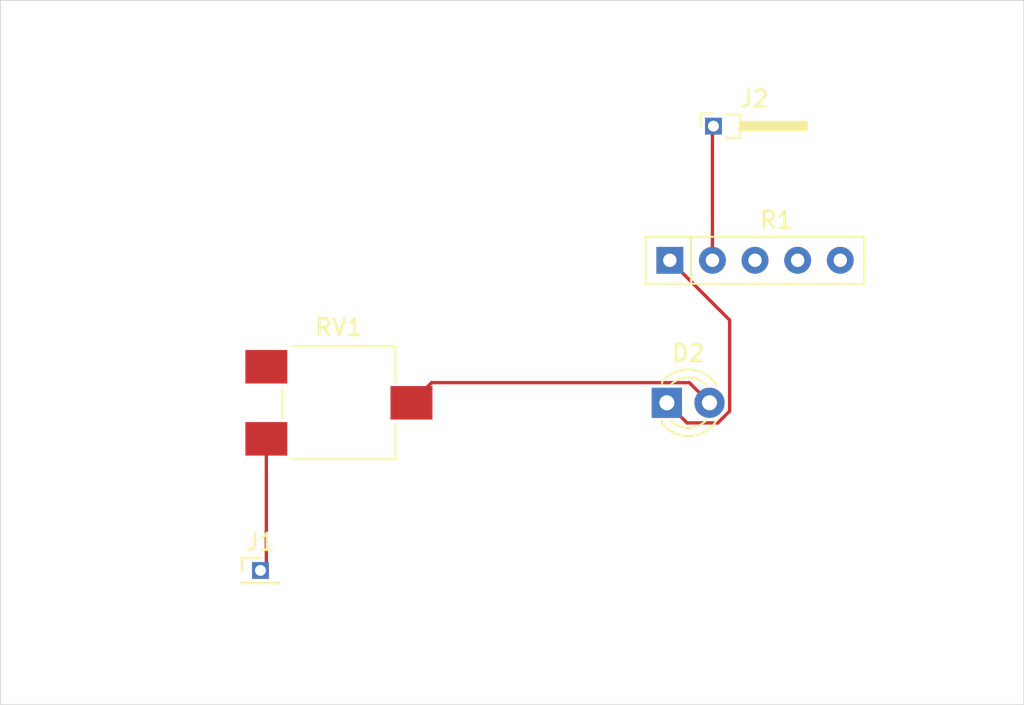
<source format=kicad_pcb>
(kicad_pcb (version 20240108) (generator "pcbnew") (generator_version "8.0")
  (layers (0 "F.Cu" signal) (31 "B.Cu" signal) (34 "B.Paste" user) (35 "F.Paste" user) (36 "B.SilkS" user "B.Silkscreen") (37 "F.SilkS" user "F.Silkscreen") (38 "B.Mask" user) (39 "F.Mask" user) (44 "Edge.Cuts" user))
  (net 0 "")
  (net 1 "Net-(D2-A)")
  (net 2 "Net-(D2-K)")
  (net 3 "VCC")
  (net 4 "GND")
  (footprint "Potentiometer_SMD:Potentiometer_ACP_CA6-VSMD_Vertical" (layer "F.Cu") (at 121.175 68.5)
    (property "Reference" "RV1" (at 0 -4.5 0) (layer "F.SilkS"))
    (property "Value" "R_Potentiometer")
    (fp_line (start -3.37 -0.909) (end -3.37 0.91) (stroke (width 0.12)) (layer "F.SilkS"))
    (fp_line (start -2.834 -3.371) (end 3.37 -3.371) (stroke (width 0.12)) (layer "F.SilkS"))
    (fp_line (start -2.834 3.37) (end 3.37 3.37) (stroke (width 0.12)) (layer "F.SilkS"))
    (fp_line (start 3.37 -3.371) (end 3.37 -1.24) (stroke (width 0.12)) (layer "F.SilkS"))
    (fp_line (start 3.37 1.24) (end 3.37 3.37) (stroke (width 0.12)) (layer "F.SilkS"))
    (pad "1" smd rect (at -4.325 2.15) (size 2.5 2) (layers "F.Cu" "F.Paste" "F.Mask") (net 3 "VCC"))
    (pad "2" smd rect (at 4.325 0) (size 2.5 2) (layers "F.Cu" "F.Paste" "F.Mask") (net 1 "Net-(D2-A)"))
    (pad "3" smd rect (at -4.325 -2.15) (size 2.5 2) (layers "F.Cu" "F.Paste" "F.Mask"))
  )
  (footprint "Connector_PinHeader_1.27mm:PinHeader_1x01_P1.27mm_Vertical" (layer "F.Cu") (at 116.5 78.5)
    (property "Reference" "J1" (at 0 -1.695 0) (layer "F.SilkS"))
    (property "Value" "Conn_01x01_Pin")
    (fp_line (start -1.11 -0.76) (end 0 -0.76) (stroke (width 0.12)) (layer "F.SilkS"))
    (fp_line (start -1.11 0) (end -1.11 -0.76) (stroke (width 0.12)) (layer "F.SilkS"))
    (fp_line (start -1.11 0.76) (end -1.11 0.695) (stroke (width 0.12)) (layer "F.SilkS"))
    (fp_line (start -1.11 0.76) (end -0.563471 0.76) (stroke (width 0.12)) (layer "F.SilkS"))
    (fp_line (start -1.11 0.76) (end 1.11 0.76) (stroke (width 0.12)) (layer "F.SilkS"))
    (fp_line (start 0.563471 0.76) (end 1.11 0.76) (stroke (width 0.12)) (layer "F.SilkS"))
    (fp_line (start 1.11 0.76) (end 1.11 0.695) (stroke (width 0.12)) (layer "F.SilkS"))
    (pad "1" thru_hole rect (at 0 0) (size 1 1) (drill 0.65) (layers "*.Cu" "*.Mask") (net 3 "VCC"))
  )
  (footprint "Connector_PinHeader_1.27mm:PinHeader_1x01_P1.27mm_Horizontal" (layer "F.Cu") (at 143.5 52)
    (property "Reference" "J2" (at 2.4325 -1.635 0) (layer "F.SilkS"))
    (property "Value" "Conn_01x01_Pin")
    (fp_line (start -0.76 -0.76) (end 0 -0.76) (stroke (width 0.12)) (layer "F.SilkS"))
    (fp_line (start -0.76 0) (end -0.76 -0.76) (stroke (width 0.12)) (layer "F.SilkS"))
    (fp_line (start 0.76 -0.695) (end 1.56 -0.695) (stroke (width 0.12)) (layer "F.SilkS"))
    (fp_line (start 0.76 0.695) (end 0.76 0.619677) (stroke (width 0.12)) (layer "F.SilkS"))
    (fp_line (start 1.56 -0.695) (end 1.56 0.695) (stroke (width 0.12)) (layer "F.SilkS"))
    (fp_line (start 1.56 -0.26) (end 5.56 -0.26) (stroke (width 0.12)) (layer "F.SilkS"))
    (fp_line (start 1.56 -0.2) (end 5.56 -0.2) (stroke (width 0.12)) (layer "F.SilkS"))
    (fp_line (start 1.56 -0.08) (end 5.56 -0.08) (stroke (width 0.12)) (layer "F.SilkS"))
    (fp_line (start 1.56 0.04) (end 5.56 0.04) (stroke (width 0.12)) (layer "F.SilkS"))
    (fp_line (start 1.56 0.16) (end 5.56 0.16) (stroke (width 0.12)) (layer "F.SilkS"))
    (fp_line (start 1.56 0.695) (end 0.76 0.695) (stroke (width 0.12)) (layer "F.SilkS"))
    (fp_line (start 5.56 -0.26) (end 5.56 0.26) (stroke (width 0.12)) (layer "F.SilkS"))
    (fp_line (start 5.56 0.26) (end 1.56 0.26) (stroke (width 0.12)) (layer "F.SilkS"))
    (pad "1" thru_hole rect (at 0 0) (size 1 1) (drill 0.65) (layers "*.Cu" "*.Mask") (net 4 "GND"))
  )
  (footprint "LED_THT:LED_D3.0mm_FlatTop" (layer "F.Cu") (at 140.725 68.5)
    (property "Reference" "D2" (at 1.27 -2.96 0) (layer "F.SilkS"))
    (property "Value" "LED_RED")
    (fp_line (start -0.29 -1.236) (end -0.29 -1.08) (stroke (width 0.12)) (layer "F.SilkS"))
    (fp_line (start -0.29 1.08) (end -0.29 1.236) (stroke (width 0.12)) (layer "F.SilkS"))
    (fp_arc (start -0.29 -1.235516) (mid 1.366487 -1.987659) (end 2.942335 -1.078608) (stroke (width 0.12)) (layer "F.SilkS"))
    (fp_arc (start 0.229039 -1.08) (mid 1.270117 -1.5) (end 2.31113 -1.079837) (stroke (width 0.12)) (layer "F.SilkS"))
    (fp_arc (start 2.31113 1.079837) (mid 1.270117 1.5) (end 0.229039 1.08) (stroke (width 0.12)) (layer "F.SilkS"))
    (fp_arc (start 2.942335 1.078608) (mid 1.366487 1.987659) (end -0.29 1.235516) (stroke (width 0.12)) (layer "F.SilkS"))
    (pad "1" thru_hole rect (at 0 0) (size 1.8 1.8) (drill 0.9) (layers "*.Cu" "*.Mask") (net 2 "Net-(D2-K)"))
    (pad "2" thru_hole circle (at 2.54 0) (size 1.8 1.8) (drill 0.9) (layers "*.Cu" "*.Mask") (net 1 "Net-(D2-A)"))
  )
  (footprint "Resistor_THT:R_Array_SIP5" (layer "F.Cu") (at 140.9 60)
    (property "Reference" "R1" (at 6.35 -2.4 0) (layer "F.SilkS"))
    (property "Value" "330")
    (fp_line (start -1.44 -1.4) (end -1.44 1.4) (stroke (width 0.12)) (layer "F.SilkS"))
    (fp_line (start -1.44 1.4) (end 11.6 1.4) (stroke (width 0.12)) (layer "F.SilkS"))
    (fp_line (start 1.27 -1.4) (end 1.27 1.4) (stroke (width 0.12)) (layer "F.SilkS"))
    (fp_line (start 11.6 -1.4) (end -1.44 -1.4) (stroke (width 0.12)) (layer "F.SilkS"))
    (fp_line (start 11.6 1.4) (end 11.6 -1.4) (stroke (width 0.12)) (layer "F.SilkS"))
    (pad "1" thru_hole rect (at 0 0) (size 1.6 1.6) (drill 0.8) (layers "*.Cu" "*.Mask") (net 2 "Net-(D2-K)"))
    (pad "2" thru_hole oval (at 2.54 0) (size 1.6 1.6) (drill 0.8) (layers "*.Cu" "*.Mask") (net 4 "GND"))
    (pad "3" thru_hole oval (at 5.08 0) (size 1.6 1.6) (drill 0.8) (layers "*.Cu" "*.Mask"))
    (pad "4" thru_hole oval (at 7.62 0) (size 1.6 1.6) (drill 0.8) (layers "*.Cu" "*.Mask"))
    (pad "5" thru_hole oval (at 10.16 0) (size 1.6 1.6) (drill 0.8) (layers "*.Cu" "*.Mask"))
  )
  (gr_rect (start 101 44.5) (end 162 86.5) (stroke (width 0.05)) (fill none) (layer "Edge.Cuts"))
  (segment (start 142.065 67.3) (end 143.265 68.5) (width 0.2) (layer "F.Cu") (net 1))
  (segment (start 126.7 67.3) (end 142.065 67.3) (width 0.2) (layer "F.Cu") (net 1))
  (segment (start 125.5 68.5) (end 126.7 67.3) (width 0.2) (layer "F.Cu") (net 1))
  (segment (start 144.465 68.997057) (end 144.465 63.565) (width 0.2) (layer "F.Cu") (net 2))
  (segment (start 143.762057 69.7) (end 144.465 68.997057) (width 0.2) (layer "F.Cu") (net 2))
  (segment (start 144.465 63.565) (end 140.9 60) (width 0.2) (layer "F.Cu") (net 2))
  (segment (start 140.725 68.5) (end 141.925 69.7) (width 0.2) (layer "F.Cu") (net 2))
  (segment (start 141.925 69.7) (end 143.762057 69.7) (width 0.2) (layer "F.Cu") (net 2))
  (segment (start 116.85 78.15) (end 116.5 78.5) (width 0.2) (layer "F.Cu") (net 3))
  (segment (start 116.85 70.65) (end 116.85 78.15) (width 0.2) (layer "F.Cu") (net 3))
  (segment (start 143.44 60) (end 143.44 52.06) (width 0.2) (layer "F.Cu") (net 4))
  (segment (start 143.44 52.06) (end 143.5 52) (width 0.2) (layer "F.Cu") (net 4))
)
</source>
